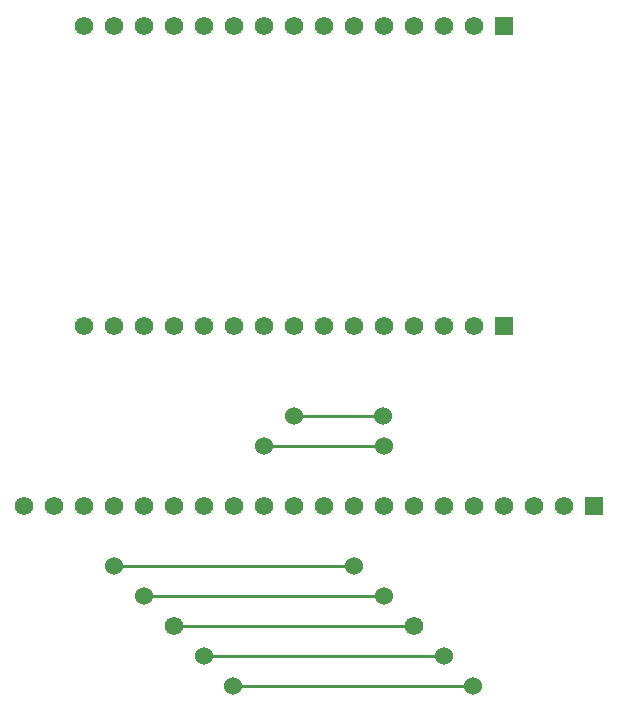
<source format=gbl>
G04 Layer: BottomLayer*
G04 EasyEDA v6.5.22, 2023-03-23 22:40:55*
G04 3627553c056445a1abe21900e2fb236e,da1fd6cafd0d43568a8352192e737843,10*
G04 Gerber Generator version 0.2*
G04 Scale: 100 percent, Rotated: No, Reflected: No *
G04 Dimensions in inches *
G04 leading zeros omitted , absolute positions ,3 integer and 6 decimal *
%FSLAX36Y36*%
%MOIN*%

%ADD10C,0.0100*%
%ADD11C,0.0620*%
%ADD12R,0.0620X0.0620*%
%ADD13C,0.0600*%

%LPD*%
D10*
X4195001Y1499580D02*
G01*
X3900001Y1499580D01*
X4200001Y1399580D02*
G01*
X3800001Y1399580D01*
X4100001Y999580D02*
G01*
X3300001Y999580D01*
X4200001Y899580D02*
G01*
X3400001Y899580D01*
X4300001Y799580D02*
G01*
X3500001Y799580D01*
X4400001Y700000D02*
G01*
X3600001Y700000D01*
X4495001Y600000D02*
G01*
X3695001Y600000D01*
D11*
G01*
X3200000Y1799580D03*
G01*
X3300000Y1799580D03*
G01*
X3400000Y1799580D03*
G01*
X3500000Y1799580D03*
G01*
X3600000Y1799580D03*
G01*
X3700000Y1799580D03*
G01*
X3800000Y1799580D03*
G01*
X3900000Y1799580D03*
G01*
X4000000Y1799580D03*
G01*
X4100000Y1799580D03*
G01*
X4200000Y1799580D03*
G01*
X4300000Y1799580D03*
G01*
X4400000Y1799580D03*
G01*
X4500000Y1799580D03*
D12*
G01*
X4600000Y1799580D03*
D11*
G01*
X3200000Y2799580D03*
G01*
X3300000Y2799580D03*
G01*
X3400000Y2799580D03*
G01*
X3500000Y2799580D03*
G01*
X3600000Y2799580D03*
G01*
X3700000Y2799580D03*
G01*
X3800000Y2799580D03*
G01*
X3900000Y2799580D03*
G01*
X4000000Y2799580D03*
G01*
X4100000Y2799580D03*
G01*
X4200000Y2799580D03*
G01*
X4300000Y2799580D03*
G01*
X4400000Y2799580D03*
G01*
X4500000Y2799580D03*
D12*
G01*
X4600000Y2799580D03*
D11*
G01*
X3000000Y1199580D03*
G01*
X3100000Y1199580D03*
G01*
X3200000Y1199580D03*
G01*
X3300000Y1199580D03*
G01*
X3400000Y1199580D03*
G01*
X3500000Y1199580D03*
G01*
X3600000Y1199580D03*
G01*
X3700000Y1199580D03*
G01*
X3800000Y1199580D03*
G01*
X3900000Y1199580D03*
G01*
X4000000Y1199580D03*
G01*
X4100000Y1199580D03*
G01*
X4200000Y1199580D03*
G01*
X4300000Y1199580D03*
G01*
X4400000Y1199580D03*
G01*
X4500000Y1199580D03*
G01*
X4600000Y1199580D03*
G01*
X4700000Y1199580D03*
G01*
X4800000Y1199580D03*
D12*
G01*
X4900000Y1199580D03*
D13*
G01*
X4195000Y1499580D03*
G01*
X3900000Y1499580D03*
G01*
X3800000Y1399580D03*
G01*
X4200000Y1399580D03*
G01*
X3695000Y600000D03*
G01*
X3600000Y700000D03*
D11*
G01*
X3500000Y799580D03*
D13*
G01*
X3300000Y999580D03*
G01*
X3400000Y899580D03*
G01*
X4200000Y899580D03*
G01*
X4100000Y999580D03*
D11*
G01*
X4300000Y799580D03*
D13*
G01*
X4400000Y700000D03*
G01*
X4495000Y600000D03*
M02*

</source>
